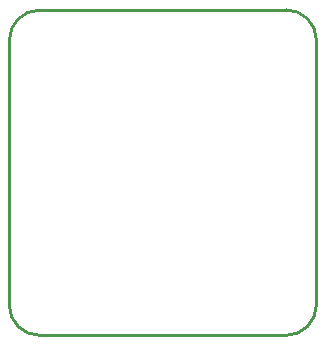
<source format=gko>
G04 Layer: BoardOutlineLayer*
G04 EasyEDA v6.5.33, 2023-07-29 01:37:07*
G04 e2284e44ffa54268a608bda52510a791,d031c0a8eb424844af7c2e53bc7358ee,10*
G04 Gerber Generator version 0.2*
G04 Scale: 100 percent, Rotated: No, Reflected: No *
G04 Dimensions in millimeters *
G04 leading zeros omitted , absolute positions ,4 integer and 5 decimal *
%FSLAX45Y45*%
%MOMM*%

%ADD10C,0.2540*%
D10*
X16244824Y8257539D02*
G01*
X14155166Y8257539D01*
X16244785Y5502808D02*
G01*
X14155153Y5502793D01*
X16499966Y8002463D02*
G01*
X16499966Y5757989D01*
X13899972Y5757974D02*
G01*
X13899972Y8000583D01*
G75*
G01*
X13899972Y5757974D02*
G03*
X14155153Y5502793I255181J0D01*
G75*
G01*
X14155153Y8255765D02*
G03*
X13899972Y8000583I0J-255182D01*
G75*
G01*
X16244786Y5502808D02*
G03*
X16499967Y5757990I0J255182D01*
G75*
G01*
X16499967Y8002463D02*
G03*
X16244786Y8257644I-255181J0D01*

%LPD*%
M02*

</source>
